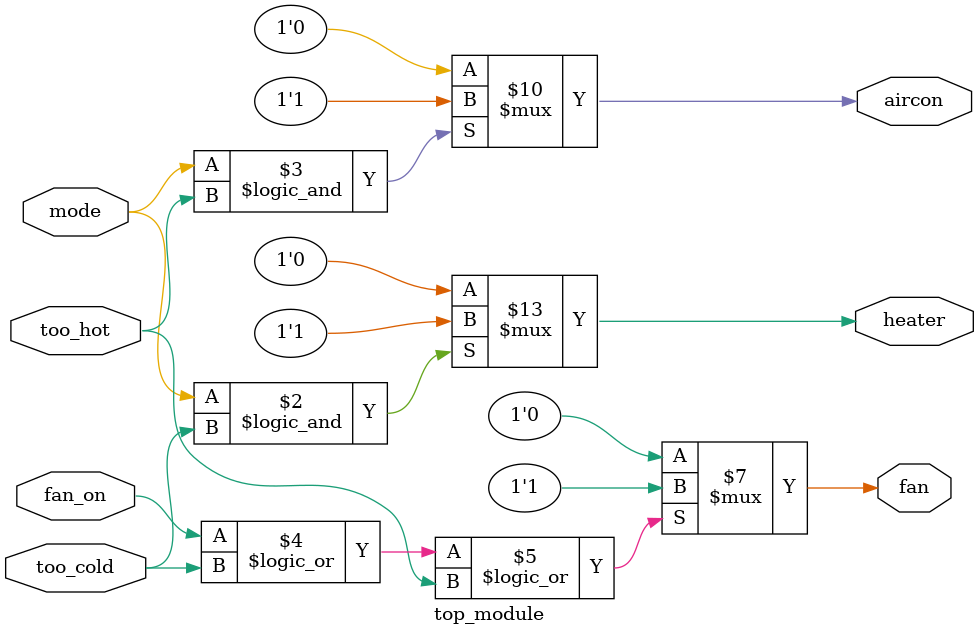
<source format=sv>
module top_module(
    input mode,
    input too_cold, 
    input too_hot,
    input fan_on,
    output reg heater,
    output reg aircon,
    output reg fan
);

always @(*) begin
    if (mode && too_cold)
        heater = 1;
    else
        heater = 0;

    if (mode && too_hot)
        aircon = 1;
    else
        aircon = 0;

    if (fan_on || too_cold || too_hot)
        fan = 1;
    else
        fan = 0;
end

endmodule

</source>
